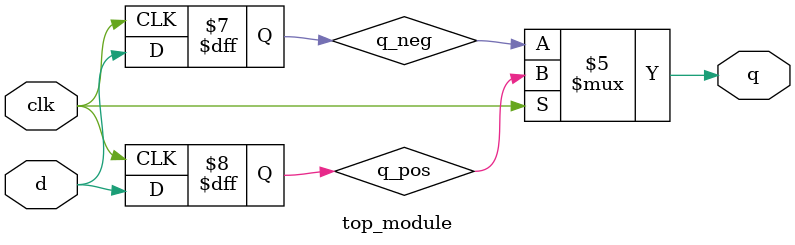
<source format=v>
module top_module (
    input clk,
    input d,
    output q
);
    reg q_pos, q_neg;  // Two registers for positive and negative edges

    // Positive edge flip-flop
    always @(posedge clk) begin
        q_pos <= d;
    end

    // Negative edge flip-flop
    always @(negedge clk) begin
        q_neg <= d;
    end

    // Output logic: choose between positive and negative edge flip-flop outputs
    always @(*) begin
        if (clk)
            q = q_pos;  // Output positive edge flip-flop when clock is high
        else
            q = q_neg;  // Output negative edge flip-flop when clock is low
    end
endmodule
/*
The output q might appear to be delayed because the value of q is not updated immediately when the input d changes. 
Instead, it is updated only on the rising or falling edge of the clock, depending on the flip-flop capturing the input 
(q_pos on the rising edge and q_neg on the falling edge). Additionally, the output selection logic 
(q = q_pos when clk is high and q = q_neg when clk is low) depends on the state of the clock, creating a small delay 
between input changes and output reflection.
*/
</source>
